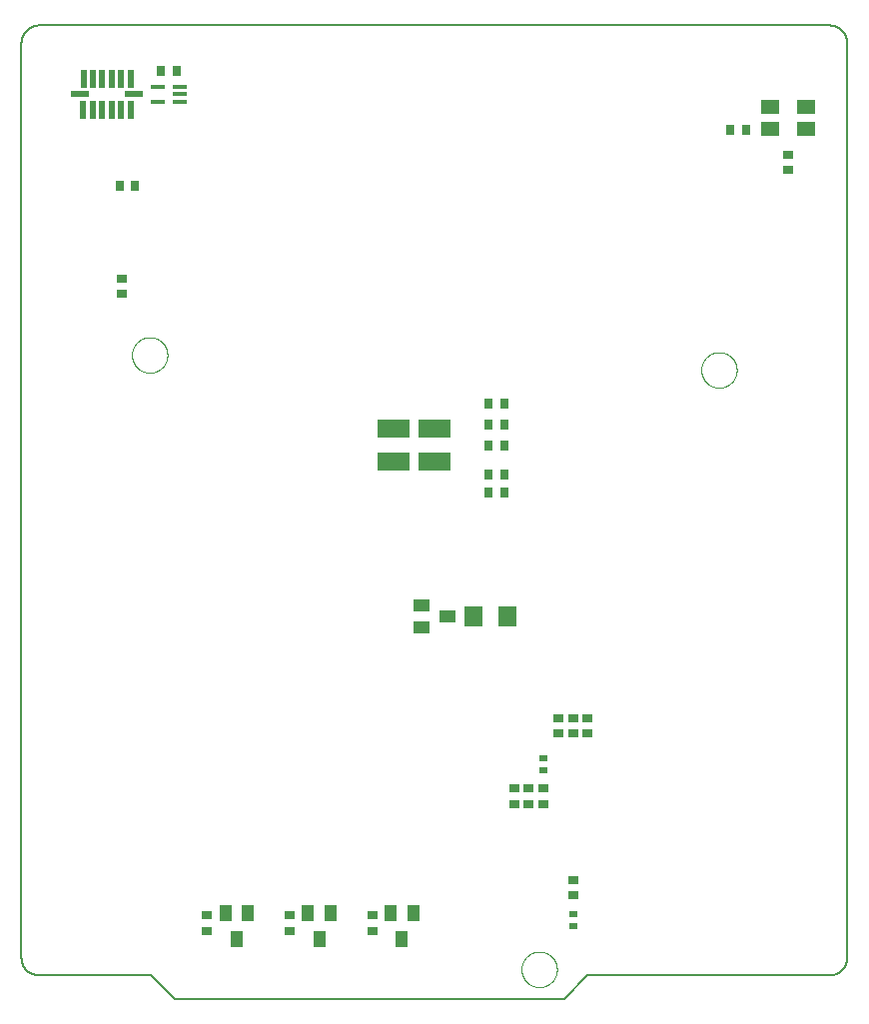
<source format=gbp>
G04 EAGLE Gerber RS-274X export*
G75*
%MOMM*%
%FSLAX35Y35*%
%LPD*%
%INsolder_paste_bottom*%
%IPPOS*%
%AMOC8*
5,1,8,0,0,1.08239X$1,22.5*%
G01*
%ADD10C,0.127000*%
%ADD11C,0.000000*%
%ADD12R,0.700000X0.900000*%
%ADD13R,0.500000X1.500000*%
%ADD14R,1.500000X0.500000*%
%ADD15R,1.200000X0.400000*%
%ADD16R,0.900000X0.700000*%
%ADD17R,2.700000X1.600000*%
%ADD18R,0.700000X0.600000*%
%ADD19R,1.000000X1.400000*%
%ADD20R,1.600000X1.803000*%
%ADD21R,1.400000X1.000000*%
%ADD22R,1.500000X1.300000*%


D10*
X0Y359000D02*
X0Y8109000D01*
X44Y8112625D01*
X175Y8116247D01*
X394Y8119865D01*
X700Y8123477D01*
X1094Y8127081D01*
X1574Y8130673D01*
X2141Y8134254D01*
X2794Y8137819D01*
X3534Y8141368D01*
X4359Y8144897D01*
X5269Y8148406D01*
X6263Y8151892D01*
X7342Y8155353D01*
X8503Y8158786D01*
X9748Y8162191D01*
X11074Y8165564D01*
X12481Y8168905D01*
X13969Y8172210D01*
X15536Y8175479D01*
X17182Y8178708D01*
X18905Y8181898D01*
X20705Y8185044D01*
X22580Y8188146D01*
X24529Y8191202D01*
X26552Y8194210D01*
X28647Y8197168D01*
X30813Y8200074D01*
X33049Y8202928D01*
X35353Y8205726D01*
X37723Y8208468D01*
X40160Y8211152D01*
X42660Y8213777D01*
X45223Y8216340D01*
X47848Y8218840D01*
X50532Y8221277D01*
X53274Y8223647D01*
X56072Y8225951D01*
X58926Y8228187D01*
X61832Y8230353D01*
X64790Y8232448D01*
X67798Y8234471D01*
X70854Y8236420D01*
X73956Y8238295D01*
X77102Y8240095D01*
X80292Y8241818D01*
X83521Y8243464D01*
X86790Y8245031D01*
X90095Y8246519D01*
X93436Y8247926D01*
X96809Y8249252D01*
X100214Y8250497D01*
X103647Y8251658D01*
X107108Y8252737D01*
X110594Y8253731D01*
X114103Y8254641D01*
X117632Y8255466D01*
X121181Y8256206D01*
X124746Y8256859D01*
X128327Y8257426D01*
X131919Y8257906D01*
X135523Y8258300D01*
X139135Y8258606D01*
X142753Y8258825D01*
X146375Y8258956D01*
X150000Y8259000D01*
X6850000Y8259000D01*
X6853625Y8258956D01*
X6857247Y8258825D01*
X6860865Y8258606D01*
X6864477Y8258300D01*
X6868081Y8257906D01*
X6871673Y8257426D01*
X6875254Y8256859D01*
X6878819Y8256206D01*
X6882368Y8255466D01*
X6885897Y8254641D01*
X6889406Y8253731D01*
X6892892Y8252737D01*
X6896353Y8251658D01*
X6899786Y8250497D01*
X6903191Y8249252D01*
X6906564Y8247926D01*
X6909905Y8246519D01*
X6913210Y8245031D01*
X6916479Y8243464D01*
X6919708Y8241818D01*
X6922898Y8240095D01*
X6926044Y8238295D01*
X6929146Y8236420D01*
X6932202Y8234471D01*
X6935210Y8232448D01*
X6938168Y8230353D01*
X6941074Y8228187D01*
X6943928Y8225951D01*
X6946726Y8223647D01*
X6949468Y8221277D01*
X6952152Y8218840D01*
X6954777Y8216340D01*
X6957340Y8213777D01*
X6959840Y8211152D01*
X6962277Y8208468D01*
X6964647Y8205726D01*
X6966951Y8202928D01*
X6969187Y8200074D01*
X6971353Y8197168D01*
X6973448Y8194210D01*
X6975471Y8191202D01*
X6977420Y8188146D01*
X6979295Y8185044D01*
X6981095Y8181898D01*
X6982818Y8178708D01*
X6984464Y8175479D01*
X6986031Y8172210D01*
X6987519Y8168905D01*
X6988926Y8165564D01*
X6990252Y8162191D01*
X6991497Y8158786D01*
X6992658Y8155353D01*
X6993737Y8151892D01*
X6994731Y8148406D01*
X6995641Y8144897D01*
X6996466Y8141368D01*
X6997206Y8137819D01*
X6997859Y8134254D01*
X6998426Y8130673D01*
X6998906Y8127081D01*
X6999300Y8123477D01*
X6999606Y8119865D01*
X6999825Y8116247D01*
X6999956Y8112625D01*
X7000000Y8109000D01*
X7000000Y359000D01*
X6999956Y355375D01*
X6999825Y351753D01*
X6999606Y348135D01*
X6999300Y344523D01*
X6998906Y340919D01*
X6998426Y337327D01*
X6997859Y333746D01*
X6997206Y330181D01*
X6996466Y326632D01*
X6995641Y323103D01*
X6994731Y319594D01*
X6993737Y316108D01*
X6992658Y312647D01*
X6991497Y309214D01*
X6990252Y305809D01*
X6988926Y302436D01*
X6987519Y299095D01*
X6986031Y295790D01*
X6984464Y292521D01*
X6982818Y289292D01*
X6981095Y286102D01*
X6979295Y282956D01*
X6977420Y279854D01*
X6975471Y276798D01*
X6973448Y273790D01*
X6971353Y270832D01*
X6969187Y267926D01*
X6966951Y265072D01*
X6964647Y262274D01*
X6962277Y259532D01*
X6959840Y256848D01*
X6957340Y254223D01*
X6954777Y251660D01*
X6952152Y249160D01*
X6949468Y246723D01*
X6946726Y244353D01*
X6943928Y242049D01*
X6941074Y239813D01*
X6938168Y237647D01*
X6935210Y235552D01*
X6932202Y233529D01*
X6929146Y231580D01*
X6926044Y229705D01*
X6922898Y227905D01*
X6919708Y226182D01*
X6916479Y224536D01*
X6913210Y222969D01*
X6909905Y221481D01*
X6906564Y220074D01*
X6903191Y218748D01*
X6899786Y217503D01*
X6896353Y216342D01*
X6892892Y215263D01*
X6889406Y214269D01*
X6885897Y213359D01*
X6882368Y212534D01*
X6878819Y211794D01*
X6875254Y211141D01*
X6871673Y210574D01*
X6868081Y210094D01*
X6864477Y209700D01*
X6860865Y209394D01*
X6857247Y209175D01*
X6853625Y209044D01*
X6850000Y209000D01*
X4800000Y209000D01*
X4600000Y9000D01*
X1300000Y9000D01*
X1100000Y209000D01*
X150000Y209000D01*
X146375Y209044D01*
X142753Y209175D01*
X139135Y209394D01*
X135523Y209700D01*
X131919Y210094D01*
X128327Y210574D01*
X124746Y211141D01*
X121181Y211794D01*
X117632Y212534D01*
X114103Y213359D01*
X110594Y214269D01*
X107108Y215263D01*
X103647Y216342D01*
X100214Y217503D01*
X96809Y218748D01*
X93436Y220074D01*
X90095Y221481D01*
X86790Y222969D01*
X83521Y224536D01*
X80292Y226182D01*
X77102Y227905D01*
X73956Y229705D01*
X70854Y231580D01*
X67798Y233529D01*
X64790Y235552D01*
X61832Y237647D01*
X58926Y239813D01*
X56072Y242049D01*
X53274Y244353D01*
X50532Y246723D01*
X47848Y249160D01*
X45223Y251660D01*
X42660Y254223D01*
X40160Y256848D01*
X37723Y259532D01*
X35353Y262274D01*
X33049Y265072D01*
X30813Y267926D01*
X28647Y270832D01*
X26552Y273790D01*
X24529Y276798D01*
X22580Y279854D01*
X20705Y282956D01*
X18905Y286102D01*
X17182Y289292D01*
X15536Y292521D01*
X13969Y295790D01*
X12481Y299095D01*
X11074Y302436D01*
X9748Y305809D01*
X8503Y309214D01*
X7342Y312647D01*
X6263Y316108D01*
X5269Y319594D01*
X4359Y323103D01*
X3534Y326632D01*
X2794Y330181D01*
X2141Y333746D01*
X1574Y337327D01*
X1094Y340919D01*
X700Y344523D01*
X394Y348135D01*
X175Y351753D01*
X44Y355375D01*
X0Y359000D01*
D11*
X4239000Y259000D02*
X4239045Y262681D01*
X4239181Y266360D01*
X4239406Y270035D01*
X4239722Y273703D01*
X4240128Y277362D01*
X4240624Y281010D01*
X4241208Y284644D01*
X4241882Y288264D01*
X4242645Y291865D01*
X4243495Y295447D01*
X4244434Y299007D01*
X4245459Y302543D01*
X4246571Y306052D01*
X4247768Y309533D01*
X4249051Y312984D01*
X4250418Y316403D01*
X4251869Y319786D01*
X4253402Y323133D01*
X4255016Y326442D01*
X4256712Y329710D01*
X4258487Y332935D01*
X4260341Y336115D01*
X4262272Y339250D01*
X4264280Y342336D01*
X4266362Y345371D01*
X4268519Y348355D01*
X4270748Y351285D01*
X4273048Y354159D01*
X4275419Y356976D01*
X4277857Y359734D01*
X4280363Y362431D01*
X4282934Y365066D01*
X4285569Y367637D01*
X4288266Y370143D01*
X4291024Y372581D01*
X4293841Y374952D01*
X4296715Y377252D01*
X4299645Y379481D01*
X4302629Y381638D01*
X4305664Y383720D01*
X4308750Y385728D01*
X4311885Y387659D01*
X4315065Y389513D01*
X4318290Y391288D01*
X4321558Y392984D01*
X4324867Y394598D01*
X4328214Y396131D01*
X4331597Y397582D01*
X4335016Y398949D01*
X4338467Y400232D01*
X4341948Y401429D01*
X4345457Y402541D01*
X4348993Y403566D01*
X4352553Y404505D01*
X4356135Y405355D01*
X4359736Y406118D01*
X4363356Y406792D01*
X4366990Y407376D01*
X4370638Y407872D01*
X4374297Y408278D01*
X4377965Y408594D01*
X4381640Y408819D01*
X4385319Y408955D01*
X4389000Y409000D01*
X4392681Y408955D01*
X4396360Y408819D01*
X4400035Y408594D01*
X4403703Y408278D01*
X4407362Y407872D01*
X4411010Y407376D01*
X4414644Y406792D01*
X4418264Y406118D01*
X4421865Y405355D01*
X4425447Y404505D01*
X4429007Y403566D01*
X4432543Y402541D01*
X4436052Y401429D01*
X4439533Y400232D01*
X4442984Y398949D01*
X4446403Y397582D01*
X4449786Y396131D01*
X4453133Y394598D01*
X4456442Y392984D01*
X4459710Y391288D01*
X4462935Y389513D01*
X4466115Y387659D01*
X4469250Y385728D01*
X4472336Y383720D01*
X4475371Y381638D01*
X4478355Y379481D01*
X4481285Y377252D01*
X4484159Y374952D01*
X4486976Y372581D01*
X4489734Y370143D01*
X4492431Y367637D01*
X4495066Y365066D01*
X4497637Y362431D01*
X4500143Y359734D01*
X4502581Y356976D01*
X4504952Y354159D01*
X4507252Y351285D01*
X4509481Y348355D01*
X4511638Y345371D01*
X4513720Y342336D01*
X4515728Y339250D01*
X4517659Y336115D01*
X4519513Y332935D01*
X4521288Y329710D01*
X4522984Y326442D01*
X4524598Y323133D01*
X4526131Y319786D01*
X4527582Y316403D01*
X4528949Y312984D01*
X4530232Y309533D01*
X4531429Y306052D01*
X4532541Y302543D01*
X4533566Y299007D01*
X4534505Y295447D01*
X4535355Y291865D01*
X4536118Y288264D01*
X4536792Y284644D01*
X4537376Y281010D01*
X4537872Y277362D01*
X4538278Y273703D01*
X4538594Y270035D01*
X4538819Y266360D01*
X4538955Y262681D01*
X4539000Y259000D01*
X4538955Y255319D01*
X4538819Y251640D01*
X4538594Y247965D01*
X4538278Y244297D01*
X4537872Y240638D01*
X4537376Y236990D01*
X4536792Y233356D01*
X4536118Y229736D01*
X4535355Y226135D01*
X4534505Y222553D01*
X4533566Y218993D01*
X4532541Y215457D01*
X4531429Y211948D01*
X4530232Y208467D01*
X4528949Y205016D01*
X4527582Y201597D01*
X4526131Y198214D01*
X4524598Y194867D01*
X4522984Y191558D01*
X4521288Y188290D01*
X4519513Y185065D01*
X4517659Y181885D01*
X4515728Y178750D01*
X4513720Y175664D01*
X4511638Y172629D01*
X4509481Y169645D01*
X4507252Y166715D01*
X4504952Y163841D01*
X4502581Y161024D01*
X4500143Y158266D01*
X4497637Y155569D01*
X4495066Y152934D01*
X4492431Y150363D01*
X4489734Y147857D01*
X4486976Y145419D01*
X4484159Y143048D01*
X4481285Y140748D01*
X4478355Y138519D01*
X4475371Y136362D01*
X4472336Y134280D01*
X4469250Y132272D01*
X4466115Y130341D01*
X4462935Y128487D01*
X4459710Y126712D01*
X4456442Y125016D01*
X4453133Y123402D01*
X4449786Y121869D01*
X4446403Y120418D01*
X4442984Y119051D01*
X4439533Y117768D01*
X4436052Y116571D01*
X4432543Y115459D01*
X4429007Y114434D01*
X4425447Y113495D01*
X4421865Y112645D01*
X4418264Y111882D01*
X4414644Y111208D01*
X4411010Y110624D01*
X4407362Y110128D01*
X4403703Y109722D01*
X4400035Y109406D01*
X4396360Y109181D01*
X4392681Y109045D01*
X4389000Y109000D01*
X4385319Y109045D01*
X4381640Y109181D01*
X4377965Y109406D01*
X4374297Y109722D01*
X4370638Y110128D01*
X4366990Y110624D01*
X4363356Y111208D01*
X4359736Y111882D01*
X4356135Y112645D01*
X4352553Y113495D01*
X4348993Y114434D01*
X4345457Y115459D01*
X4341948Y116571D01*
X4338467Y117768D01*
X4335016Y119051D01*
X4331597Y120418D01*
X4328214Y121869D01*
X4324867Y123402D01*
X4321558Y125016D01*
X4318290Y126712D01*
X4315065Y128487D01*
X4311885Y130341D01*
X4308750Y132272D01*
X4305664Y134280D01*
X4302629Y136362D01*
X4299645Y138519D01*
X4296715Y140748D01*
X4293841Y143048D01*
X4291024Y145419D01*
X4288266Y147857D01*
X4285569Y150363D01*
X4282934Y152934D01*
X4280363Y155569D01*
X4277857Y158266D01*
X4275419Y161024D01*
X4273048Y163841D01*
X4270748Y166715D01*
X4268519Y169645D01*
X4266362Y172629D01*
X4264280Y175664D01*
X4262272Y178750D01*
X4260341Y181885D01*
X4258487Y185065D01*
X4256712Y188290D01*
X4255016Y191558D01*
X4253402Y194867D01*
X4251869Y198214D01*
X4250418Y201597D01*
X4249051Y205016D01*
X4247768Y208467D01*
X4246571Y211948D01*
X4245459Y215457D01*
X4244434Y218993D01*
X4243495Y222553D01*
X4242645Y226135D01*
X4241882Y229736D01*
X4241208Y233356D01*
X4240624Y236990D01*
X4240128Y240638D01*
X4239722Y244297D01*
X4239406Y247965D01*
X4239181Y251640D01*
X4239045Y255319D01*
X4239000Y259000D01*
X5763000Y5339000D02*
X5763045Y5342681D01*
X5763181Y5346360D01*
X5763406Y5350035D01*
X5763722Y5353703D01*
X5764128Y5357362D01*
X5764624Y5361010D01*
X5765208Y5364644D01*
X5765882Y5368264D01*
X5766645Y5371865D01*
X5767495Y5375447D01*
X5768434Y5379007D01*
X5769459Y5382543D01*
X5770571Y5386052D01*
X5771768Y5389533D01*
X5773051Y5392984D01*
X5774418Y5396403D01*
X5775869Y5399786D01*
X5777402Y5403133D01*
X5779016Y5406442D01*
X5780712Y5409710D01*
X5782487Y5412935D01*
X5784341Y5416115D01*
X5786272Y5419250D01*
X5788280Y5422336D01*
X5790362Y5425371D01*
X5792519Y5428355D01*
X5794748Y5431285D01*
X5797048Y5434159D01*
X5799419Y5436976D01*
X5801857Y5439734D01*
X5804363Y5442431D01*
X5806934Y5445066D01*
X5809569Y5447637D01*
X5812266Y5450143D01*
X5815024Y5452581D01*
X5817841Y5454952D01*
X5820715Y5457252D01*
X5823645Y5459481D01*
X5826629Y5461638D01*
X5829664Y5463720D01*
X5832750Y5465728D01*
X5835885Y5467659D01*
X5839065Y5469513D01*
X5842290Y5471288D01*
X5845558Y5472984D01*
X5848867Y5474598D01*
X5852214Y5476131D01*
X5855597Y5477582D01*
X5859016Y5478949D01*
X5862467Y5480232D01*
X5865948Y5481429D01*
X5869457Y5482541D01*
X5872993Y5483566D01*
X5876553Y5484505D01*
X5880135Y5485355D01*
X5883736Y5486118D01*
X5887356Y5486792D01*
X5890990Y5487376D01*
X5894638Y5487872D01*
X5898297Y5488278D01*
X5901965Y5488594D01*
X5905640Y5488819D01*
X5909319Y5488955D01*
X5913000Y5489000D01*
X5916681Y5488955D01*
X5920360Y5488819D01*
X5924035Y5488594D01*
X5927703Y5488278D01*
X5931362Y5487872D01*
X5935010Y5487376D01*
X5938644Y5486792D01*
X5942264Y5486118D01*
X5945865Y5485355D01*
X5949447Y5484505D01*
X5953007Y5483566D01*
X5956543Y5482541D01*
X5960052Y5481429D01*
X5963533Y5480232D01*
X5966984Y5478949D01*
X5970403Y5477582D01*
X5973786Y5476131D01*
X5977133Y5474598D01*
X5980442Y5472984D01*
X5983710Y5471288D01*
X5986935Y5469513D01*
X5990115Y5467659D01*
X5993250Y5465728D01*
X5996336Y5463720D01*
X5999371Y5461638D01*
X6002355Y5459481D01*
X6005285Y5457252D01*
X6008159Y5454952D01*
X6010976Y5452581D01*
X6013734Y5450143D01*
X6016431Y5447637D01*
X6019066Y5445066D01*
X6021637Y5442431D01*
X6024143Y5439734D01*
X6026581Y5436976D01*
X6028952Y5434159D01*
X6031252Y5431285D01*
X6033481Y5428355D01*
X6035638Y5425371D01*
X6037720Y5422336D01*
X6039728Y5419250D01*
X6041659Y5416115D01*
X6043513Y5412935D01*
X6045288Y5409710D01*
X6046984Y5406442D01*
X6048598Y5403133D01*
X6050131Y5399786D01*
X6051582Y5396403D01*
X6052949Y5392984D01*
X6054232Y5389533D01*
X6055429Y5386052D01*
X6056541Y5382543D01*
X6057566Y5379007D01*
X6058505Y5375447D01*
X6059355Y5371865D01*
X6060118Y5368264D01*
X6060792Y5364644D01*
X6061376Y5361010D01*
X6061872Y5357362D01*
X6062278Y5353703D01*
X6062594Y5350035D01*
X6062819Y5346360D01*
X6062955Y5342681D01*
X6063000Y5339000D01*
X6062955Y5335319D01*
X6062819Y5331640D01*
X6062594Y5327965D01*
X6062278Y5324297D01*
X6061872Y5320638D01*
X6061376Y5316990D01*
X6060792Y5313356D01*
X6060118Y5309736D01*
X6059355Y5306135D01*
X6058505Y5302553D01*
X6057566Y5298993D01*
X6056541Y5295457D01*
X6055429Y5291948D01*
X6054232Y5288467D01*
X6052949Y5285016D01*
X6051582Y5281597D01*
X6050131Y5278214D01*
X6048598Y5274867D01*
X6046984Y5271558D01*
X6045288Y5268290D01*
X6043513Y5265065D01*
X6041659Y5261885D01*
X6039728Y5258750D01*
X6037720Y5255664D01*
X6035638Y5252629D01*
X6033481Y5249645D01*
X6031252Y5246715D01*
X6028952Y5243841D01*
X6026581Y5241024D01*
X6024143Y5238266D01*
X6021637Y5235569D01*
X6019066Y5232934D01*
X6016431Y5230363D01*
X6013734Y5227857D01*
X6010976Y5225419D01*
X6008159Y5223048D01*
X6005285Y5220748D01*
X6002355Y5218519D01*
X5999371Y5216362D01*
X5996336Y5214280D01*
X5993250Y5212272D01*
X5990115Y5210341D01*
X5986935Y5208487D01*
X5983710Y5206712D01*
X5980442Y5205016D01*
X5977133Y5203402D01*
X5973786Y5201869D01*
X5970403Y5200418D01*
X5966984Y5199051D01*
X5963533Y5197768D01*
X5960052Y5196571D01*
X5956543Y5195459D01*
X5953007Y5194434D01*
X5949447Y5193495D01*
X5945865Y5192645D01*
X5942264Y5191882D01*
X5938644Y5191208D01*
X5935010Y5190624D01*
X5931362Y5190128D01*
X5927703Y5189722D01*
X5924035Y5189406D01*
X5920360Y5189181D01*
X5916681Y5189045D01*
X5913000Y5189000D01*
X5909319Y5189045D01*
X5905640Y5189181D01*
X5901965Y5189406D01*
X5898297Y5189722D01*
X5894638Y5190128D01*
X5890990Y5190624D01*
X5887356Y5191208D01*
X5883736Y5191882D01*
X5880135Y5192645D01*
X5876553Y5193495D01*
X5872993Y5194434D01*
X5869457Y5195459D01*
X5865948Y5196571D01*
X5862467Y5197768D01*
X5859016Y5199051D01*
X5855597Y5200418D01*
X5852214Y5201869D01*
X5848867Y5203402D01*
X5845558Y5205016D01*
X5842290Y5206712D01*
X5839065Y5208487D01*
X5835885Y5210341D01*
X5832750Y5212272D01*
X5829664Y5214280D01*
X5826629Y5216362D01*
X5823645Y5218519D01*
X5820715Y5220748D01*
X5817841Y5223048D01*
X5815024Y5225419D01*
X5812266Y5227857D01*
X5809569Y5230363D01*
X5806934Y5232934D01*
X5804363Y5235569D01*
X5801857Y5238266D01*
X5799419Y5241024D01*
X5797048Y5243841D01*
X5794748Y5246715D01*
X5792519Y5249645D01*
X5790362Y5252629D01*
X5788280Y5255664D01*
X5786272Y5258750D01*
X5784341Y5261885D01*
X5782487Y5265065D01*
X5780712Y5268290D01*
X5779016Y5271558D01*
X5777402Y5274867D01*
X5775869Y5278214D01*
X5774418Y5281597D01*
X5773051Y5285016D01*
X5771768Y5288467D01*
X5770571Y5291948D01*
X5769459Y5295457D01*
X5768434Y5298993D01*
X5767495Y5302553D01*
X5766645Y5306135D01*
X5765882Y5309736D01*
X5765208Y5313356D01*
X5764624Y5316990D01*
X5764128Y5320638D01*
X5763722Y5324297D01*
X5763406Y5327965D01*
X5763181Y5331640D01*
X5763045Y5335319D01*
X5763000Y5339000D01*
X937000Y5466000D02*
X937045Y5469681D01*
X937181Y5473360D01*
X937406Y5477035D01*
X937722Y5480703D01*
X938128Y5484362D01*
X938624Y5488010D01*
X939208Y5491644D01*
X939882Y5495264D01*
X940645Y5498865D01*
X941495Y5502447D01*
X942434Y5506007D01*
X943459Y5509543D01*
X944571Y5513052D01*
X945768Y5516533D01*
X947051Y5519984D01*
X948418Y5523403D01*
X949869Y5526786D01*
X951402Y5530133D01*
X953016Y5533442D01*
X954712Y5536710D01*
X956487Y5539935D01*
X958341Y5543115D01*
X960272Y5546250D01*
X962280Y5549336D01*
X964362Y5552371D01*
X966519Y5555355D01*
X968748Y5558285D01*
X971048Y5561159D01*
X973419Y5563976D01*
X975857Y5566734D01*
X978363Y5569431D01*
X980934Y5572066D01*
X983569Y5574637D01*
X986266Y5577143D01*
X989024Y5579581D01*
X991841Y5581952D01*
X994715Y5584252D01*
X997645Y5586481D01*
X1000629Y5588638D01*
X1003664Y5590720D01*
X1006750Y5592728D01*
X1009885Y5594659D01*
X1013065Y5596513D01*
X1016290Y5598288D01*
X1019558Y5599984D01*
X1022867Y5601598D01*
X1026214Y5603131D01*
X1029597Y5604582D01*
X1033016Y5605949D01*
X1036467Y5607232D01*
X1039948Y5608429D01*
X1043457Y5609541D01*
X1046993Y5610566D01*
X1050553Y5611505D01*
X1054135Y5612355D01*
X1057736Y5613118D01*
X1061356Y5613792D01*
X1064990Y5614376D01*
X1068638Y5614872D01*
X1072297Y5615278D01*
X1075965Y5615594D01*
X1079640Y5615819D01*
X1083319Y5615955D01*
X1087000Y5616000D01*
X1090681Y5615955D01*
X1094360Y5615819D01*
X1098035Y5615594D01*
X1101703Y5615278D01*
X1105362Y5614872D01*
X1109010Y5614376D01*
X1112644Y5613792D01*
X1116264Y5613118D01*
X1119865Y5612355D01*
X1123447Y5611505D01*
X1127007Y5610566D01*
X1130543Y5609541D01*
X1134052Y5608429D01*
X1137533Y5607232D01*
X1140984Y5605949D01*
X1144403Y5604582D01*
X1147786Y5603131D01*
X1151133Y5601598D01*
X1154442Y5599984D01*
X1157710Y5598288D01*
X1160935Y5596513D01*
X1164115Y5594659D01*
X1167250Y5592728D01*
X1170336Y5590720D01*
X1173371Y5588638D01*
X1176355Y5586481D01*
X1179285Y5584252D01*
X1182159Y5581952D01*
X1184976Y5579581D01*
X1187734Y5577143D01*
X1190431Y5574637D01*
X1193066Y5572066D01*
X1195637Y5569431D01*
X1198143Y5566734D01*
X1200581Y5563976D01*
X1202952Y5561159D01*
X1205252Y5558285D01*
X1207481Y5555355D01*
X1209638Y5552371D01*
X1211720Y5549336D01*
X1213728Y5546250D01*
X1215659Y5543115D01*
X1217513Y5539935D01*
X1219288Y5536710D01*
X1220984Y5533442D01*
X1222598Y5530133D01*
X1224131Y5526786D01*
X1225582Y5523403D01*
X1226949Y5519984D01*
X1228232Y5516533D01*
X1229429Y5513052D01*
X1230541Y5509543D01*
X1231566Y5506007D01*
X1232505Y5502447D01*
X1233355Y5498865D01*
X1234118Y5495264D01*
X1234792Y5491644D01*
X1235376Y5488010D01*
X1235872Y5484362D01*
X1236278Y5480703D01*
X1236594Y5477035D01*
X1236819Y5473360D01*
X1236955Y5469681D01*
X1237000Y5466000D01*
X1236955Y5462319D01*
X1236819Y5458640D01*
X1236594Y5454965D01*
X1236278Y5451297D01*
X1235872Y5447638D01*
X1235376Y5443990D01*
X1234792Y5440356D01*
X1234118Y5436736D01*
X1233355Y5433135D01*
X1232505Y5429553D01*
X1231566Y5425993D01*
X1230541Y5422457D01*
X1229429Y5418948D01*
X1228232Y5415467D01*
X1226949Y5412016D01*
X1225582Y5408597D01*
X1224131Y5405214D01*
X1222598Y5401867D01*
X1220984Y5398558D01*
X1219288Y5395290D01*
X1217513Y5392065D01*
X1215659Y5388885D01*
X1213728Y5385750D01*
X1211720Y5382664D01*
X1209638Y5379629D01*
X1207481Y5376645D01*
X1205252Y5373715D01*
X1202952Y5370841D01*
X1200581Y5368024D01*
X1198143Y5365266D01*
X1195637Y5362569D01*
X1193066Y5359934D01*
X1190431Y5357363D01*
X1187734Y5354857D01*
X1184976Y5352419D01*
X1182159Y5350048D01*
X1179285Y5347748D01*
X1176355Y5345519D01*
X1173371Y5343362D01*
X1170336Y5341280D01*
X1167250Y5339272D01*
X1164115Y5337341D01*
X1160935Y5335487D01*
X1157710Y5333712D01*
X1154442Y5332016D01*
X1151133Y5330402D01*
X1147786Y5328869D01*
X1144403Y5327418D01*
X1140984Y5326051D01*
X1137533Y5324768D01*
X1134052Y5323571D01*
X1130543Y5322459D01*
X1127007Y5321434D01*
X1123447Y5320495D01*
X1119865Y5319645D01*
X1116264Y5318882D01*
X1112644Y5318208D01*
X1109010Y5317624D01*
X1105362Y5317128D01*
X1101703Y5316722D01*
X1098035Y5316406D01*
X1094360Y5316181D01*
X1090681Y5316045D01*
X1087000Y5316000D01*
X1083319Y5316045D01*
X1079640Y5316181D01*
X1075965Y5316406D01*
X1072297Y5316722D01*
X1068638Y5317128D01*
X1064990Y5317624D01*
X1061356Y5318208D01*
X1057736Y5318882D01*
X1054135Y5319645D01*
X1050553Y5320495D01*
X1046993Y5321434D01*
X1043457Y5322459D01*
X1039948Y5323571D01*
X1036467Y5324768D01*
X1033016Y5326051D01*
X1029597Y5327418D01*
X1026214Y5328869D01*
X1022867Y5330402D01*
X1019558Y5332016D01*
X1016290Y5333712D01*
X1013065Y5335487D01*
X1009885Y5337341D01*
X1006750Y5339272D01*
X1003664Y5341280D01*
X1000629Y5343362D01*
X997645Y5345519D01*
X994715Y5347748D01*
X991841Y5350048D01*
X989024Y5352419D01*
X986266Y5354857D01*
X983569Y5357363D01*
X980934Y5359934D01*
X978363Y5362569D01*
X975857Y5365266D01*
X973419Y5368024D01*
X971048Y5370841D01*
X968748Y5373715D01*
X966519Y5376645D01*
X964362Y5379629D01*
X962280Y5382664D01*
X960272Y5385750D01*
X958341Y5388885D01*
X956487Y5392065D01*
X954712Y5395290D01*
X953016Y5398558D01*
X951402Y5401867D01*
X949869Y5405214D01*
X948418Y5408597D01*
X947051Y5412016D01*
X945768Y5415467D01*
X944571Y5418948D01*
X943459Y5422457D01*
X942434Y5425993D01*
X941495Y5429553D01*
X940645Y5433135D01*
X939882Y5436736D01*
X939208Y5440356D01*
X938624Y5443990D01*
X938128Y5447638D01*
X937722Y5451297D01*
X937406Y5454965D01*
X937181Y5458640D01*
X937045Y5462319D01*
X937000Y5466000D01*
D12*
X1185000Y7875000D03*
X1315000Y7875000D03*
D13*
X525000Y7545000D03*
X605000Y7545000D03*
X685000Y7545000D03*
X765000Y7545000D03*
X525500Y7802600D03*
X605000Y7805000D03*
X685000Y7805000D03*
X765000Y7805000D03*
D14*
X495000Y7675000D03*
D13*
X845000Y7545000D03*
X925000Y7545000D03*
X845000Y7805000D03*
X925000Y7805000D03*
D14*
X955000Y7675000D03*
D15*
X1160000Y7740000D03*
X1160000Y7610000D03*
X1340000Y7740000D03*
X1340000Y7675000D03*
X1340000Y7610000D03*
D16*
X850000Y5985000D03*
X850000Y6115000D03*
X4300000Y1790000D03*
X4300000Y1660000D03*
X4425000Y1790000D03*
X4425000Y1660000D03*
X4675000Y885000D03*
X4675000Y1015000D03*
X4550000Y2390000D03*
X4550000Y2260000D03*
X4800000Y2390000D03*
X4800000Y2260000D03*
X4675000Y2260000D03*
X4675000Y2390000D03*
D17*
X3150000Y4840000D03*
X3150000Y4560000D03*
X3500000Y4560000D03*
X3500000Y4840000D03*
D12*
X4090000Y4700000D03*
X3960000Y4700000D03*
X4090000Y4300000D03*
X3960000Y4300000D03*
X3960000Y4875000D03*
X4090000Y4875000D03*
X4090000Y5050000D03*
X3960000Y5050000D03*
D16*
X4175000Y1790000D03*
X4175000Y1660000D03*
D18*
X4425000Y2050000D03*
X4425000Y1950000D03*
X4675000Y625000D03*
X4675000Y725000D03*
D12*
X835000Y6900000D03*
X965000Y6900000D03*
D16*
X1575000Y585000D03*
X1575000Y715000D03*
D19*
X1825000Y515000D03*
X1920000Y735000D03*
X1730000Y735000D03*
X3225000Y515000D03*
X3320000Y735000D03*
X3130000Y735000D03*
X2525000Y515000D03*
X2620000Y735000D03*
X2430000Y735000D03*
D16*
X2275000Y585000D03*
X2275000Y715000D03*
X2975000Y585000D03*
X2975000Y715000D03*
D20*
X4117200Y3250000D03*
X3832800Y3250000D03*
D21*
X3610000Y3250000D03*
X3390000Y3345000D03*
X3390000Y3155000D03*
D22*
X6350000Y7380000D03*
X6350000Y7570000D03*
X6650000Y7570000D03*
X6650000Y7380000D03*
D12*
X6140000Y7375000D03*
X6010000Y7375000D03*
D16*
X6500000Y7035000D03*
X6500000Y7165000D03*
D12*
X4090000Y4450000D03*
X3960000Y4450000D03*
M02*

</source>
